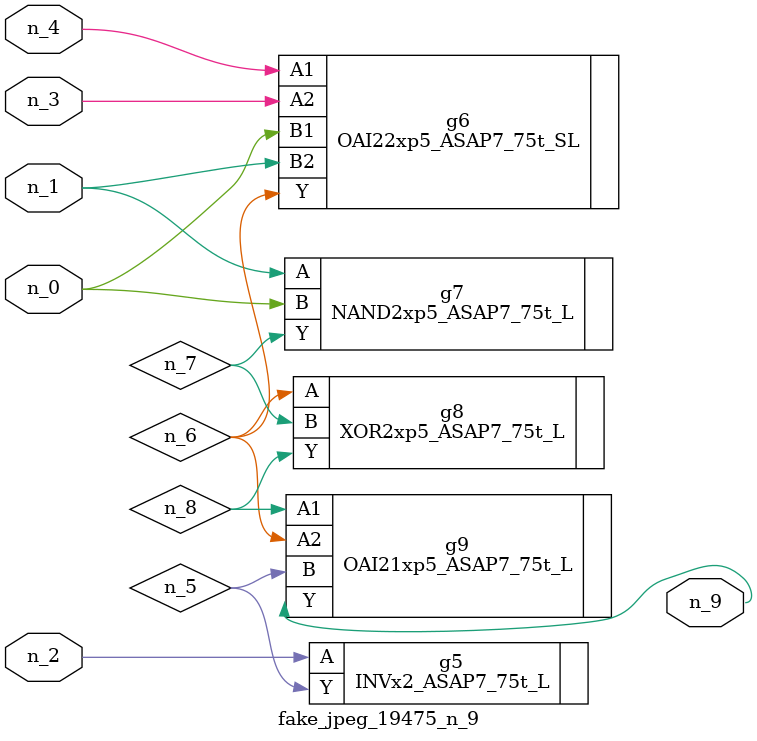
<source format=v>
module fake_jpeg_19475_n_9 (n_3, n_2, n_1, n_0, n_4, n_9);

input n_3;
input n_2;
input n_1;
input n_0;
input n_4;

output n_9;

wire n_8;
wire n_6;
wire n_5;
wire n_7;

INVx2_ASAP7_75t_L g5 ( 
.A(n_2),
.Y(n_5)
);

OAI22xp5_ASAP7_75t_SL g6 ( 
.A1(n_4),
.A2(n_3),
.B1(n_0),
.B2(n_1),
.Y(n_6)
);

NAND2xp5_ASAP7_75t_L g7 ( 
.A(n_1),
.B(n_0),
.Y(n_7)
);

XOR2xp5_ASAP7_75t_L g8 ( 
.A(n_6),
.B(n_7),
.Y(n_8)
);

OAI21xp5_ASAP7_75t_L g9 ( 
.A1(n_8),
.A2(n_6),
.B(n_5),
.Y(n_9)
);


endmodule
</source>
